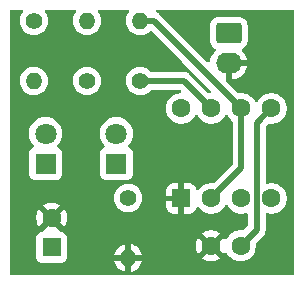
<source format=gbr>
%TF.GenerationSoftware,KiCad,Pcbnew,9.0.0*%
%TF.CreationDate,2025-09-29T15:59:41+03:00*%
%TF.ProjectId,cakar,63616b61-722e-46b6-9963-61645f706362,rev?*%
%TF.SameCoordinates,Original*%
%TF.FileFunction,Copper,L1,Top*%
%TF.FilePolarity,Positive*%
%FSLAX46Y46*%
G04 Gerber Fmt 4.6, Leading zero omitted, Abs format (unit mm)*
G04 Created by KiCad (PCBNEW 9.0.0) date 2025-09-29 15:59:41*
%MOMM*%
%LPD*%
G01*
G04 APERTURE LIST*
G04 Aperture macros list*
%AMRoundRect*
0 Rectangle with rounded corners*
0 $1 Rounding radius*
0 $2 $3 $4 $5 $6 $7 $8 $9 X,Y pos of 4 corners*
0 Add a 4 corners polygon primitive as box body*
4,1,4,$2,$3,$4,$5,$6,$7,$8,$9,$2,$3,0*
0 Add four circle primitives for the rounded corners*
1,1,$1+$1,$2,$3*
1,1,$1+$1,$4,$5*
1,1,$1+$1,$6,$7*
1,1,$1+$1,$8,$9*
0 Add four rect primitives between the rounded corners*
20,1,$1+$1,$2,$3,$4,$5,0*
20,1,$1+$1,$4,$5,$6,$7,0*
20,1,$1+$1,$6,$7,$8,$9,0*
20,1,$1+$1,$8,$9,$2,$3,0*%
G04 Aperture macros list end*
%TA.AperFunction,ComponentPad*%
%ADD10R,1.600000X1.600000*%
%TD*%
%TA.AperFunction,ComponentPad*%
%ADD11C,1.600000*%
%TD*%
%TA.AperFunction,ComponentPad*%
%ADD12R,1.800000X1.800000*%
%TD*%
%TA.AperFunction,ComponentPad*%
%ADD13C,1.800000*%
%TD*%
%TA.AperFunction,ComponentPad*%
%ADD14C,1.400000*%
%TD*%
%TA.AperFunction,ComponentPad*%
%ADD15O,1.400000X1.400000*%
%TD*%
%TA.AperFunction,ComponentPad*%
%ADD16RoundRect,0.250000X0.550000X-0.550000X0.550000X0.550000X-0.550000X0.550000X-0.550000X-0.550000X0*%
%TD*%
%TA.AperFunction,ComponentPad*%
%ADD17RoundRect,0.250000X-0.845000X0.620000X-0.845000X-0.620000X0.845000X-0.620000X0.845000X0.620000X0*%
%TD*%
%TA.AperFunction,ComponentPad*%
%ADD18O,2.190000X1.740000*%
%TD*%
%TA.AperFunction,Conductor*%
%ADD19C,0.500000*%
%TD*%
G04 APERTURE END LIST*
D10*
%TO.P,C1,1*%
%TO.N,Net-(U1-THR)*%
X131000000Y-107642380D03*
D11*
%TO.P,C1,2*%
%TO.N,GND*%
X131000000Y-105142380D03*
%TD*%
D12*
%TO.P,D2,1,K*%
%TO.N,Net-(D2-K)*%
X136500000Y-100540000D03*
D13*
%TO.P,D2,2,A*%
%TO.N,Net-(D1-K)*%
X136500000Y-98000000D03*
%TD*%
D14*
%TO.P,R2,1*%
%TO.N,Net-(D2-K)*%
X137500000Y-103460000D03*
D15*
%TO.P,R2,2*%
%TO.N,GND*%
X137500000Y-108540000D03*
%TD*%
D14*
%TO.P,R1,1*%
%TO.N,+5V*%
X129500000Y-88460000D03*
D15*
%TO.P,R1,2*%
%TO.N,Net-(D1-A)*%
X129500000Y-93540000D03*
%TD*%
D16*
%TO.P,U1,1,GND*%
%TO.N,GND*%
X142000000Y-103500000D03*
D11*
%TO.P,U1,2,TR*%
%TO.N,Net-(U1-THR)*%
X144540000Y-103500000D03*
%TO.P,U1,3,Q*%
%TO.N,Net-(D1-K)*%
X147080000Y-103500000D03*
%TO.P,U1,4,R*%
%TO.N,+5V*%
X149620000Y-103500000D03*
%TO.P,U1,5,CV*%
%TO.N,Net-(U1-CV)*%
X149620000Y-95880000D03*
%TO.P,U1,6,THR*%
%TO.N,Net-(U1-THR)*%
X147080000Y-95880000D03*
%TO.P,U1,7,DIS*%
%TO.N,Net-(U1-DIS)*%
X144540000Y-95880000D03*
%TO.P,U1,8,VCC*%
%TO.N,+5V*%
X142000000Y-95880000D03*
%TD*%
%TO.P,C2,1*%
%TO.N,Net-(U1-CV)*%
X147000000Y-107500000D03*
%TO.P,C2,2*%
%TO.N,GND*%
X144500000Y-107500000D03*
%TD*%
D12*
%TO.P,D1,1,K*%
%TO.N,Net-(D1-K)*%
X130500000Y-100540000D03*
D13*
%TO.P,D1,2,A*%
%TO.N,Net-(D1-A)*%
X130500000Y-98000000D03*
%TD*%
D14*
%TO.P,R3,1*%
%TO.N,+5V*%
X134000000Y-93540000D03*
D15*
%TO.P,R3,2*%
%TO.N,Net-(U1-DIS)*%
X134000000Y-88460000D03*
%TD*%
D17*
%TO.P,J1,1,Pin_1*%
%TO.N,+5V*%
X146000000Y-89500000D03*
D18*
%TO.P,J1,2,Pin_2*%
%TO.N,GND*%
X146000000Y-92040000D03*
%TD*%
D14*
%TO.P,R4,1*%
%TO.N,Net-(U1-DIS)*%
X138500000Y-93540000D03*
D15*
%TO.P,R4,2*%
%TO.N,Net-(U1-THR)*%
X138500000Y-88460000D03*
%TD*%
D19*
%TO.N,Net-(U1-THR)*%
X147080000Y-95880000D02*
X147080000Y-100960000D01*
X147080000Y-100960000D02*
X144540000Y-103500000D01*
X138500000Y-88460000D02*
X139660000Y-88460000D01*
X139660000Y-88460000D02*
X147080000Y-95880000D01*
%TO.N,Net-(U1-CV)*%
X148369000Y-97131000D02*
X148369000Y-106131000D01*
X149620000Y-95880000D02*
X148369000Y-97131000D01*
X148369000Y-106131000D02*
X147000000Y-107500000D01*
%TO.N,Net-(U1-DIS)*%
X138500000Y-93540000D02*
X142200000Y-93540000D01*
X142200000Y-93540000D02*
X144540000Y-95880000D01*
%TD*%
%TA.AperFunction,Conductor*%
%TO.N,GND*%
G36*
X128536894Y-87520185D02*
G01*
X128582649Y-87572989D01*
X128592593Y-87642147D01*
X128570174Y-87697383D01*
X128517644Y-87769684D01*
X128473240Y-87830800D01*
X128387454Y-87999163D01*
X128329059Y-88178881D01*
X128299500Y-88365513D01*
X128299500Y-88554486D01*
X128329059Y-88741118D01*
X128387454Y-88920836D01*
X128473240Y-89089199D01*
X128584310Y-89242073D01*
X128717927Y-89375690D01*
X128870801Y-89486760D01*
X128950347Y-89527290D01*
X129039163Y-89572545D01*
X129039165Y-89572545D01*
X129039168Y-89572547D01*
X129135497Y-89603846D01*
X129218881Y-89630940D01*
X129405514Y-89660500D01*
X129405519Y-89660500D01*
X129594486Y-89660500D01*
X129781118Y-89630940D01*
X129960832Y-89572547D01*
X130129199Y-89486760D01*
X130282073Y-89375690D01*
X130415690Y-89242073D01*
X130526760Y-89089199D01*
X130612547Y-88920832D01*
X130670940Y-88741118D01*
X130673144Y-88727200D01*
X130700500Y-88554486D01*
X130700500Y-88365513D01*
X130670940Y-88178881D01*
X130612545Y-87999163D01*
X130526759Y-87830800D01*
X130524588Y-87827812D01*
X130429826Y-87697383D01*
X130406347Y-87631580D01*
X130422172Y-87563526D01*
X130472278Y-87514831D01*
X130530145Y-87500500D01*
X132969855Y-87500500D01*
X133036894Y-87520185D01*
X133082649Y-87572989D01*
X133092593Y-87642147D01*
X133070174Y-87697383D01*
X133017644Y-87769684D01*
X132973240Y-87830800D01*
X132887454Y-87999163D01*
X132829059Y-88178881D01*
X132799500Y-88365513D01*
X132799500Y-88554486D01*
X132829059Y-88741118D01*
X132887454Y-88920836D01*
X132973240Y-89089199D01*
X133084310Y-89242073D01*
X133217927Y-89375690D01*
X133370801Y-89486760D01*
X133450347Y-89527290D01*
X133539163Y-89572545D01*
X133539165Y-89572545D01*
X133539168Y-89572547D01*
X133635497Y-89603846D01*
X133718881Y-89630940D01*
X133905514Y-89660500D01*
X133905519Y-89660500D01*
X134094486Y-89660500D01*
X134281118Y-89630940D01*
X134460832Y-89572547D01*
X134629199Y-89486760D01*
X134782073Y-89375690D01*
X134915690Y-89242073D01*
X135026760Y-89089199D01*
X135112547Y-88920832D01*
X135170940Y-88741118D01*
X135173144Y-88727200D01*
X135200500Y-88554486D01*
X135200500Y-88365513D01*
X135170940Y-88178881D01*
X135112545Y-87999163D01*
X135026759Y-87830800D01*
X135024588Y-87827812D01*
X134929826Y-87697383D01*
X134906347Y-87631580D01*
X134922172Y-87563526D01*
X134972278Y-87514831D01*
X135030145Y-87500500D01*
X137469855Y-87500500D01*
X137536894Y-87520185D01*
X137582649Y-87572989D01*
X137592593Y-87642147D01*
X137570174Y-87697383D01*
X137517644Y-87769684D01*
X137473240Y-87830800D01*
X137387454Y-87999163D01*
X137329059Y-88178881D01*
X137299500Y-88365513D01*
X137299500Y-88554486D01*
X137329059Y-88741118D01*
X137387454Y-88920836D01*
X137473240Y-89089199D01*
X137584310Y-89242073D01*
X137717927Y-89375690D01*
X137870801Y-89486760D01*
X137950347Y-89527290D01*
X138039163Y-89572545D01*
X138039165Y-89572545D01*
X138039168Y-89572547D01*
X138135497Y-89603846D01*
X138218881Y-89630940D01*
X138405514Y-89660500D01*
X138405519Y-89660500D01*
X138594486Y-89660500D01*
X138781118Y-89630940D01*
X138960832Y-89572547D01*
X139129199Y-89486760D01*
X139282073Y-89375690D01*
X139310514Y-89347248D01*
X139371835Y-89313762D01*
X139441527Y-89318744D01*
X139485878Y-89347246D01*
X142052632Y-91914000D01*
X144507699Y-94369066D01*
X144513732Y-94380115D01*
X144523366Y-94388225D01*
X144530161Y-94410202D01*
X144541184Y-94430389D01*
X144540285Y-94442948D01*
X144544005Y-94454977D01*
X144537840Y-94477135D01*
X144536200Y-94500081D01*
X144528654Y-94510160D01*
X144525280Y-94522290D01*
X144508112Y-94537599D01*
X144494328Y-94556014D01*
X144481284Y-94561526D01*
X144473135Y-94568794D01*
X144439416Y-94579220D01*
X144381973Y-94588318D01*
X144312679Y-94579363D01*
X144274894Y-94553526D01*
X142678421Y-92957052D01*
X142678414Y-92957046D01*
X142604729Y-92907812D01*
X142604729Y-92907813D01*
X142555491Y-92874913D01*
X142418917Y-92818343D01*
X142418907Y-92818340D01*
X142273920Y-92789500D01*
X142273918Y-92789500D01*
X139498625Y-92789500D01*
X139431586Y-92769815D01*
X139410944Y-92753181D01*
X139282075Y-92624312D01*
X139282073Y-92624310D01*
X139129199Y-92513240D01*
X138960836Y-92427454D01*
X138781118Y-92369059D01*
X138594486Y-92339500D01*
X138594481Y-92339500D01*
X138405519Y-92339500D01*
X138405514Y-92339500D01*
X138218881Y-92369059D01*
X138039163Y-92427454D01*
X137870800Y-92513240D01*
X137798320Y-92565901D01*
X137717927Y-92624310D01*
X137717925Y-92624312D01*
X137717924Y-92624312D01*
X137584312Y-92757924D01*
X137584312Y-92757925D01*
X137584310Y-92757927D01*
X137584231Y-92758036D01*
X137473240Y-92910800D01*
X137387454Y-93079163D01*
X137329059Y-93258881D01*
X137299500Y-93445513D01*
X137299500Y-93634486D01*
X137329059Y-93821118D01*
X137387454Y-94000836D01*
X137473240Y-94169199D01*
X137584310Y-94322073D01*
X137717927Y-94455690D01*
X137870801Y-94566760D01*
X137923794Y-94593761D01*
X138039163Y-94652545D01*
X138039165Y-94652545D01*
X138039168Y-94652547D01*
X138107594Y-94674780D01*
X138218881Y-94710940D01*
X138405514Y-94740500D01*
X138405519Y-94740500D01*
X138594486Y-94740500D01*
X138781118Y-94710940D01*
X138960832Y-94652547D01*
X139129199Y-94566760D01*
X139282073Y-94455690D01*
X139410944Y-94326819D01*
X139472267Y-94293334D01*
X139498625Y-94290500D01*
X141837770Y-94290500D01*
X141867210Y-94299144D01*
X141897197Y-94305668D01*
X141902212Y-94309422D01*
X141904809Y-94310185D01*
X141925451Y-94326819D01*
X141967698Y-94369066D01*
X142001183Y-94430389D01*
X141996199Y-94500081D01*
X141954327Y-94556014D01*
X141899415Y-94579220D01*
X141695465Y-94611522D01*
X141500776Y-94674781D01*
X141318386Y-94767715D01*
X141152786Y-94888028D01*
X141008028Y-95032786D01*
X140887715Y-95198386D01*
X140794781Y-95380776D01*
X140731522Y-95575465D01*
X140699500Y-95777648D01*
X140699500Y-95982351D01*
X140731522Y-96184534D01*
X140794781Y-96379223D01*
X140887715Y-96561613D01*
X141008028Y-96727213D01*
X141152786Y-96871971D01*
X141274535Y-96960425D01*
X141318390Y-96992287D01*
X141434607Y-97051503D01*
X141500776Y-97085218D01*
X141500778Y-97085218D01*
X141500781Y-97085220D01*
X141605137Y-97119127D01*
X141695465Y-97148477D01*
X141779564Y-97161797D01*
X141897648Y-97180500D01*
X141897649Y-97180500D01*
X142102351Y-97180500D01*
X142102352Y-97180500D01*
X142304534Y-97148477D01*
X142499219Y-97085220D01*
X142681610Y-96992287D01*
X142801619Y-96905096D01*
X142847213Y-96871971D01*
X142847215Y-96871968D01*
X142847219Y-96871966D01*
X142991966Y-96727219D01*
X142991968Y-96727215D01*
X142991971Y-96727213D01*
X143112284Y-96561614D01*
X143112285Y-96561613D01*
X143112287Y-96561610D01*
X143159516Y-96468917D01*
X143207489Y-96418123D01*
X143275310Y-96401328D01*
X143341445Y-96423865D01*
X143380485Y-96468919D01*
X143427715Y-96561614D01*
X143548028Y-96727213D01*
X143692786Y-96871971D01*
X143814535Y-96960425D01*
X143858390Y-96992287D01*
X143974607Y-97051503D01*
X144040776Y-97085218D01*
X144040778Y-97085218D01*
X144040781Y-97085220D01*
X144145137Y-97119127D01*
X144235465Y-97148477D01*
X144319564Y-97161797D01*
X144437648Y-97180500D01*
X144437649Y-97180500D01*
X144642351Y-97180500D01*
X144642352Y-97180500D01*
X144844534Y-97148477D01*
X145039219Y-97085220D01*
X145221610Y-96992287D01*
X145341619Y-96905096D01*
X145387213Y-96871971D01*
X145387215Y-96871968D01*
X145387219Y-96871966D01*
X145531966Y-96727219D01*
X145531968Y-96727215D01*
X145531971Y-96727213D01*
X145652284Y-96561614D01*
X145652285Y-96561613D01*
X145652287Y-96561610D01*
X145699516Y-96468917D01*
X145747489Y-96418123D01*
X145815310Y-96401328D01*
X145881445Y-96423865D01*
X145920485Y-96468919D01*
X145967715Y-96561614D01*
X146088028Y-96727213D01*
X146088034Y-96727219D01*
X146232781Y-96871966D01*
X146278384Y-96905098D01*
X146321050Y-96960425D01*
X146329500Y-97005416D01*
X146329500Y-100597770D01*
X146309815Y-100664809D01*
X146293181Y-100685451D01*
X144805105Y-102173526D01*
X144743782Y-102207011D01*
X144698026Y-102208318D01*
X144642352Y-102199500D01*
X144437648Y-102199500D01*
X144413329Y-102203351D01*
X144235465Y-102231522D01*
X144040776Y-102294781D01*
X143858386Y-102387715D01*
X143692786Y-102508028D01*
X143548032Y-102652782D01*
X143479616Y-102746949D01*
X143424286Y-102789614D01*
X143354672Y-102795593D01*
X143292877Y-102762987D01*
X143261592Y-102713067D01*
X143234358Y-102630880D01*
X143234356Y-102630875D01*
X143142315Y-102481654D01*
X143018345Y-102357684D01*
X142869124Y-102265643D01*
X142869119Y-102265641D01*
X142702697Y-102210494D01*
X142702690Y-102210493D01*
X142599986Y-102200000D01*
X142250000Y-102200000D01*
X142250000Y-103184314D01*
X142245606Y-103179920D01*
X142154394Y-103127259D01*
X142052661Y-103100000D01*
X141947339Y-103100000D01*
X141845606Y-103127259D01*
X141754394Y-103179920D01*
X141750000Y-103184314D01*
X141750000Y-102200000D01*
X141400028Y-102200000D01*
X141400012Y-102200001D01*
X141297302Y-102210494D01*
X141130880Y-102265641D01*
X141130875Y-102265643D01*
X140981654Y-102357684D01*
X140857684Y-102481654D01*
X140765643Y-102630875D01*
X140765641Y-102630880D01*
X140710494Y-102797302D01*
X140710493Y-102797309D01*
X140700000Y-102900013D01*
X140700000Y-103250000D01*
X141684314Y-103250000D01*
X141679920Y-103254394D01*
X141627259Y-103345606D01*
X141600000Y-103447339D01*
X141600000Y-103552661D01*
X141627259Y-103654394D01*
X141679920Y-103745606D01*
X141684314Y-103750000D01*
X140700001Y-103750000D01*
X140700001Y-104099986D01*
X140710494Y-104202697D01*
X140765641Y-104369119D01*
X140765643Y-104369124D01*
X140857684Y-104518345D01*
X140981654Y-104642315D01*
X141130875Y-104734356D01*
X141130880Y-104734358D01*
X141297302Y-104789505D01*
X141297309Y-104789506D01*
X141400019Y-104799999D01*
X141749999Y-104799999D01*
X141750000Y-104799998D01*
X141750000Y-103815686D01*
X141754394Y-103820080D01*
X141845606Y-103872741D01*
X141947339Y-103900000D01*
X142052661Y-103900000D01*
X142154394Y-103872741D01*
X142245606Y-103820080D01*
X142250000Y-103815686D01*
X142250000Y-104799999D01*
X142599972Y-104799999D01*
X142599986Y-104799998D01*
X142702697Y-104789505D01*
X142869119Y-104734358D01*
X142869124Y-104734356D01*
X143018345Y-104642315D01*
X143142315Y-104518345D01*
X143234356Y-104369124D01*
X143234359Y-104369117D01*
X143261592Y-104286932D01*
X143301364Y-104229487D01*
X143365879Y-104202663D01*
X143434655Y-104214977D01*
X143479617Y-104253050D01*
X143548034Y-104347219D01*
X143692786Y-104491971D01*
X143803689Y-104572545D01*
X143858390Y-104612287D01*
X143974607Y-104671503D01*
X144040776Y-104705218D01*
X144040778Y-104705218D01*
X144040781Y-104705220D01*
X144130459Y-104734358D01*
X144235465Y-104768477D01*
X144336557Y-104784488D01*
X144437648Y-104800500D01*
X144437649Y-104800500D01*
X144642351Y-104800500D01*
X144642352Y-104800500D01*
X144844534Y-104768477D01*
X145039219Y-104705220D01*
X145221610Y-104612287D01*
X145314590Y-104544732D01*
X145387213Y-104491971D01*
X145387215Y-104491968D01*
X145387219Y-104491966D01*
X145531966Y-104347219D01*
X145531968Y-104347215D01*
X145531971Y-104347213D01*
X145652284Y-104181614D01*
X145652285Y-104181613D01*
X145652287Y-104181610D01*
X145699516Y-104088917D01*
X145747489Y-104038123D01*
X145815310Y-104021328D01*
X145881445Y-104043865D01*
X145920483Y-104088917D01*
X145964348Y-104175006D01*
X145967715Y-104181614D01*
X146088028Y-104347213D01*
X146232786Y-104491971D01*
X146343689Y-104572545D01*
X146398390Y-104612287D01*
X146514607Y-104671503D01*
X146580776Y-104705218D01*
X146580778Y-104705218D01*
X146580781Y-104705220D01*
X146670459Y-104734358D01*
X146775465Y-104768477D01*
X146876557Y-104784488D01*
X146977648Y-104800500D01*
X146977649Y-104800500D01*
X147182351Y-104800500D01*
X147182352Y-104800500D01*
X147384534Y-104768477D01*
X147456182Y-104745196D01*
X147526022Y-104743201D01*
X147585855Y-104779281D01*
X147616684Y-104841982D01*
X147618500Y-104863128D01*
X147618500Y-105768770D01*
X147598815Y-105835809D01*
X147582181Y-105856451D01*
X147265105Y-106173526D01*
X147203782Y-106207011D01*
X147158026Y-106208318D01*
X147102352Y-106199500D01*
X146897648Y-106199500D01*
X146873329Y-106203351D01*
X146695465Y-106231522D01*
X146500776Y-106294781D01*
X146318386Y-106387715D01*
X146152786Y-106508028D01*
X146008028Y-106652786D01*
X145887714Y-106818386D01*
X145860203Y-106872379D01*
X145812227Y-106923174D01*
X145744406Y-106939968D01*
X145678272Y-106917429D01*
X145639234Y-106872376D01*
X145611861Y-106818652D01*
X145579474Y-106774077D01*
X145579474Y-106774076D01*
X144900000Y-107453551D01*
X144900000Y-107447339D01*
X144872741Y-107345606D01*
X144820080Y-107254394D01*
X144745606Y-107179920D01*
X144654394Y-107127259D01*
X144552661Y-107100000D01*
X144546446Y-107100000D01*
X145225922Y-106420524D01*
X145225921Y-106420523D01*
X145181359Y-106388147D01*
X145181350Y-106388141D01*
X144999031Y-106295244D01*
X144804417Y-106232009D01*
X144602317Y-106200000D01*
X144397683Y-106200000D01*
X144195582Y-106232009D01*
X144000968Y-106295244D01*
X143818644Y-106388143D01*
X143774077Y-106420523D01*
X143774077Y-106420524D01*
X144453554Y-107100000D01*
X144447339Y-107100000D01*
X144345606Y-107127259D01*
X144254394Y-107179920D01*
X144179920Y-107254394D01*
X144127259Y-107345606D01*
X144100000Y-107447339D01*
X144100000Y-107453553D01*
X143420524Y-106774077D01*
X143420523Y-106774077D01*
X143388143Y-106818644D01*
X143295244Y-107000968D01*
X143232009Y-107195582D01*
X143200000Y-107397682D01*
X143200000Y-107602317D01*
X143232009Y-107804417D01*
X143295244Y-107999031D01*
X143388141Y-108181350D01*
X143388147Y-108181359D01*
X143420523Y-108225921D01*
X143420524Y-108225922D01*
X144100000Y-107546446D01*
X144100000Y-107552661D01*
X144127259Y-107654394D01*
X144179920Y-107745606D01*
X144254394Y-107820080D01*
X144345606Y-107872741D01*
X144447339Y-107900000D01*
X144453553Y-107900000D01*
X143774076Y-108579474D01*
X143818650Y-108611859D01*
X144000968Y-108704755D01*
X144195582Y-108767990D01*
X144397683Y-108800000D01*
X144602317Y-108800000D01*
X144804417Y-108767990D01*
X144999031Y-108704755D01*
X145181349Y-108611859D01*
X145225921Y-108579474D01*
X144546447Y-107900000D01*
X144552661Y-107900000D01*
X144654394Y-107872741D01*
X144745606Y-107820080D01*
X144820080Y-107745606D01*
X144872741Y-107654394D01*
X144900000Y-107552661D01*
X144900000Y-107546447D01*
X145579474Y-108225921D01*
X145611859Y-108181349D01*
X145639233Y-108127624D01*
X145687207Y-108076827D01*
X145755028Y-108060031D01*
X145821163Y-108082567D01*
X145860203Y-108127621D01*
X145887713Y-108181611D01*
X146008028Y-108347213D01*
X146152786Y-108491971D01*
X146273226Y-108579474D01*
X146318390Y-108612287D01*
X146434607Y-108671503D01*
X146500776Y-108705218D01*
X146500778Y-108705218D01*
X146500781Y-108705220D01*
X146605137Y-108739127D01*
X146695465Y-108768477D01*
X146796557Y-108784488D01*
X146897648Y-108800500D01*
X146897649Y-108800500D01*
X147102351Y-108800500D01*
X147102352Y-108800500D01*
X147304534Y-108768477D01*
X147499219Y-108705220D01*
X147681610Y-108612287D01*
X147774590Y-108544732D01*
X147847213Y-108491971D01*
X147847215Y-108491968D01*
X147847219Y-108491966D01*
X147991966Y-108347219D01*
X147991968Y-108347215D01*
X147991971Y-108347213D01*
X148055385Y-108259930D01*
X148112287Y-108181610D01*
X148205220Y-107999219D01*
X148268477Y-107804534D01*
X148300500Y-107602352D01*
X148300500Y-107397648D01*
X148291681Y-107341971D01*
X148300635Y-107272679D01*
X148326470Y-107234895D01*
X148951951Y-106609416D01*
X149034084Y-106486495D01*
X149090658Y-106349913D01*
X149119500Y-106204918D01*
X149119500Y-106057083D01*
X149119500Y-104875475D01*
X149139185Y-104808436D01*
X149191989Y-104762681D01*
X149261147Y-104752737D01*
X149281820Y-104757545D01*
X149315458Y-104768475D01*
X149315461Y-104768475D01*
X149315466Y-104768477D01*
X149517648Y-104800500D01*
X149517649Y-104800500D01*
X149722351Y-104800500D01*
X149722352Y-104800500D01*
X149924534Y-104768477D01*
X150119219Y-104705220D01*
X150301610Y-104612287D01*
X150394590Y-104544732D01*
X150467213Y-104491971D01*
X150467215Y-104491968D01*
X150467219Y-104491966D01*
X150611966Y-104347219D01*
X150611968Y-104347215D01*
X150611971Y-104347213D01*
X150688357Y-104242075D01*
X150732287Y-104181610D01*
X150825220Y-103999219D01*
X150888477Y-103804534D01*
X150920500Y-103602352D01*
X150920500Y-103397648D01*
X150912257Y-103345606D01*
X150888477Y-103195465D01*
X150825218Y-103000776D01*
X150773876Y-102900013D01*
X150732287Y-102818390D01*
X150692035Y-102762987D01*
X150611971Y-102652786D01*
X150467213Y-102508028D01*
X150301613Y-102387715D01*
X150301612Y-102387714D01*
X150301610Y-102387713D01*
X150242675Y-102357684D01*
X150119223Y-102294781D01*
X149924534Y-102231522D01*
X149749995Y-102203878D01*
X149722352Y-102199500D01*
X149517648Y-102199500D01*
X149489805Y-102203910D01*
X149315464Y-102231523D01*
X149315457Y-102231524D01*
X149281817Y-102242455D01*
X149211976Y-102244450D01*
X149152144Y-102208369D01*
X149121316Y-102145668D01*
X149119500Y-102124524D01*
X149119500Y-97493228D01*
X149139185Y-97426189D01*
X149155815Y-97405551D01*
X149354894Y-97206471D01*
X149416215Y-97172988D01*
X149461970Y-97171681D01*
X149517648Y-97180500D01*
X149517649Y-97180500D01*
X149722351Y-97180500D01*
X149722352Y-97180500D01*
X149924534Y-97148477D01*
X150119219Y-97085220D01*
X150301610Y-96992287D01*
X150421619Y-96905096D01*
X150467213Y-96871971D01*
X150467215Y-96871968D01*
X150467219Y-96871966D01*
X150611966Y-96727219D01*
X150611968Y-96727215D01*
X150611971Y-96727213D01*
X150679704Y-96633985D01*
X150732287Y-96561610D01*
X150825220Y-96379219D01*
X150888477Y-96184534D01*
X150920500Y-95982352D01*
X150920500Y-95777648D01*
X150888477Y-95575466D01*
X150825220Y-95380781D01*
X150825218Y-95380778D01*
X150825218Y-95380776D01*
X150779515Y-95291080D01*
X150732287Y-95198390D01*
X150724556Y-95187749D01*
X150611971Y-95032786D01*
X150467213Y-94888028D01*
X150301613Y-94767715D01*
X150301612Y-94767714D01*
X150301610Y-94767713D01*
X150244653Y-94738691D01*
X150119223Y-94674781D01*
X149924534Y-94611522D01*
X149749995Y-94583878D01*
X149722352Y-94579500D01*
X149517648Y-94579500D01*
X149493329Y-94583351D01*
X149315465Y-94611522D01*
X149120776Y-94674781D01*
X148938386Y-94767715D01*
X148772786Y-94888028D01*
X148628028Y-95032786D01*
X148507715Y-95198386D01*
X148460485Y-95291080D01*
X148412510Y-95341876D01*
X148344689Y-95358671D01*
X148278554Y-95336134D01*
X148239515Y-95291080D01*
X148238883Y-95289840D01*
X148192287Y-95198390D01*
X148184556Y-95187749D01*
X148071971Y-95032786D01*
X147927213Y-94888028D01*
X147761613Y-94767715D01*
X147761612Y-94767714D01*
X147761610Y-94767713D01*
X147704653Y-94738691D01*
X147579223Y-94674781D01*
X147384534Y-94611522D01*
X147209995Y-94583878D01*
X147182352Y-94579500D01*
X146977648Y-94579500D01*
X146921971Y-94588318D01*
X146852678Y-94579363D01*
X146814893Y-94553526D01*
X145786319Y-93524952D01*
X145752834Y-93463629D01*
X145750000Y-93437271D01*
X145750000Y-92582709D01*
X145770339Y-92594452D01*
X145921667Y-92635000D01*
X146078333Y-92635000D01*
X146229661Y-92594452D01*
X146250000Y-92582709D01*
X146250000Y-93410000D01*
X146332820Y-93410000D01*
X146545809Y-93376265D01*
X146750901Y-93309627D01*
X146943036Y-93211728D01*
X147117496Y-93084974D01*
X147117497Y-93084974D01*
X147269974Y-92932497D01*
X147269974Y-92932496D01*
X147396728Y-92758036D01*
X147494627Y-92565901D01*
X147561266Y-92360809D01*
X147572481Y-92290000D01*
X146542709Y-92290000D01*
X146554452Y-92269661D01*
X146595000Y-92118333D01*
X146595000Y-91961667D01*
X146554452Y-91810339D01*
X146542709Y-91790000D01*
X147572481Y-91790000D01*
X147561266Y-91719190D01*
X147494627Y-91514098D01*
X147396728Y-91321963D01*
X147269974Y-91147503D01*
X147269974Y-91147502D01*
X147127892Y-91005420D01*
X147094407Y-90944097D01*
X147099391Y-90874405D01*
X147141263Y-90818472D01*
X147163177Y-90805353D01*
X147164323Y-90804817D01*
X147164334Y-90804814D01*
X147313656Y-90712712D01*
X147437712Y-90588656D01*
X147529814Y-90439334D01*
X147584999Y-90272797D01*
X147595500Y-90170009D01*
X147595499Y-88829992D01*
X147584999Y-88727203D01*
X147529814Y-88560666D01*
X147437712Y-88411344D01*
X147313656Y-88287288D01*
X147164334Y-88195186D01*
X146997797Y-88140001D01*
X146997795Y-88140000D01*
X146895010Y-88129500D01*
X145104998Y-88129500D01*
X145104981Y-88129501D01*
X145002203Y-88140000D01*
X145002200Y-88140001D01*
X144835668Y-88195185D01*
X144835663Y-88195187D01*
X144686342Y-88287289D01*
X144562289Y-88411342D01*
X144470187Y-88560663D01*
X144470186Y-88560666D01*
X144415001Y-88727203D01*
X144415001Y-88727204D01*
X144415000Y-88727204D01*
X144404500Y-88829983D01*
X144404500Y-90170001D01*
X144404501Y-90170018D01*
X144415000Y-90272796D01*
X144415001Y-90272799D01*
X144470185Y-90439331D01*
X144470186Y-90439334D01*
X144562288Y-90588656D01*
X144686344Y-90712712D01*
X144835666Y-90804814D01*
X144835667Y-90804814D01*
X144835670Y-90804816D01*
X144836828Y-90805356D01*
X144837488Y-90805937D01*
X144841813Y-90808605D01*
X144841357Y-90809343D01*
X144889268Y-90851527D01*
X144908422Y-90918720D01*
X144888208Y-90985601D01*
X144872108Y-91005420D01*
X144730022Y-91147506D01*
X144603271Y-91321963D01*
X144505372Y-91514098D01*
X144438733Y-91719190D01*
X144414158Y-91874353D01*
X144384229Y-91937488D01*
X144324917Y-91974419D01*
X144255054Y-91973421D01*
X144204004Y-91942636D01*
X140138421Y-87877052D01*
X140138414Y-87877046D01*
X140064729Y-87827812D01*
X140064729Y-87827813D01*
X140015495Y-87794916D01*
X140015492Y-87794914D01*
X140015491Y-87794914D01*
X139880649Y-87739061D01*
X139826245Y-87695220D01*
X139804180Y-87628926D01*
X139821459Y-87561227D01*
X139872596Y-87513616D01*
X139928101Y-87500500D01*
X151375500Y-87500500D01*
X151442539Y-87520185D01*
X151488294Y-87572989D01*
X151499500Y-87624500D01*
X151499500Y-109875500D01*
X151479815Y-109942539D01*
X151427011Y-109988294D01*
X151375500Y-109999500D01*
X127624500Y-109999500D01*
X127557461Y-109979815D01*
X127511706Y-109927011D01*
X127500500Y-109875500D01*
X127500500Y-106794515D01*
X129699500Y-106794515D01*
X129699500Y-108490250D01*
X129699501Y-108490256D01*
X129705908Y-108549863D01*
X129756202Y-108684708D01*
X129756206Y-108684715D01*
X129842452Y-108799924D01*
X129842455Y-108799927D01*
X129957664Y-108886173D01*
X129957671Y-108886177D01*
X130092517Y-108936471D01*
X130092516Y-108936471D01*
X130099444Y-108937215D01*
X130152127Y-108942880D01*
X131847872Y-108942879D01*
X131907483Y-108936471D01*
X132042331Y-108886176D01*
X132157546Y-108799926D01*
X132164977Y-108790000D01*
X136324638Y-108790000D01*
X136329548Y-108821002D01*
X136387914Y-109000637D01*
X136473670Y-109168940D01*
X136584685Y-109321741D01*
X136584689Y-109321746D01*
X136718253Y-109455310D01*
X136718258Y-109455314D01*
X136871059Y-109566329D01*
X137039362Y-109652085D01*
X137218997Y-109710451D01*
X137250000Y-109715362D01*
X137250000Y-109715361D01*
X137750000Y-109715361D01*
X137781002Y-109710451D01*
X137960637Y-109652085D01*
X138128940Y-109566329D01*
X138281741Y-109455314D01*
X138281746Y-109455310D01*
X138415310Y-109321746D01*
X138415314Y-109321741D01*
X138526329Y-109168940D01*
X138612085Y-109000637D01*
X138670451Y-108821002D01*
X138675362Y-108790000D01*
X137750000Y-108790000D01*
X137750000Y-109715361D01*
X137250000Y-109715361D01*
X137250000Y-108790000D01*
X136324638Y-108790000D01*
X132164977Y-108790000D01*
X132243796Y-108684711D01*
X132294091Y-108549863D01*
X132300106Y-108493922D01*
X137150000Y-108493922D01*
X137150000Y-108586078D01*
X137173852Y-108675095D01*
X137219930Y-108754905D01*
X137285095Y-108820070D01*
X137364905Y-108866148D01*
X137453922Y-108890000D01*
X137546078Y-108890000D01*
X137635095Y-108866148D01*
X137714905Y-108820070D01*
X137780070Y-108754905D01*
X137826148Y-108675095D01*
X137850000Y-108586078D01*
X137850000Y-108493922D01*
X137826148Y-108404905D01*
X137780070Y-108325095D01*
X137744975Y-108290000D01*
X137750000Y-108290000D01*
X138675362Y-108290000D01*
X138670451Y-108258997D01*
X138612085Y-108079362D01*
X138526329Y-107911059D01*
X138415314Y-107758258D01*
X138415310Y-107758253D01*
X138281746Y-107624689D01*
X138281741Y-107624685D01*
X138128938Y-107513668D01*
X138108592Y-107503301D01*
X138108591Y-107503301D01*
X137960634Y-107427913D01*
X137960636Y-107427913D01*
X137781004Y-107369549D01*
X137780995Y-107369547D01*
X137750000Y-107364637D01*
X137750000Y-108290000D01*
X137744975Y-108290000D01*
X137714905Y-108259930D01*
X137635095Y-108213852D01*
X137546078Y-108190000D01*
X137453922Y-108190000D01*
X137364905Y-108213852D01*
X137285095Y-108259930D01*
X137219930Y-108325095D01*
X137173852Y-108404905D01*
X137150000Y-108493922D01*
X132300106Y-108493922D01*
X132300500Y-108490253D01*
X132300500Y-108290000D01*
X136324638Y-108290000D01*
X137250000Y-108290000D01*
X137250000Y-107364637D01*
X137249999Y-107364637D01*
X137219004Y-107369547D01*
X137218995Y-107369549D01*
X137039364Y-107427913D01*
X136871059Y-107513670D01*
X136718258Y-107624685D01*
X136718253Y-107624689D01*
X136584689Y-107758253D01*
X136584685Y-107758258D01*
X136473670Y-107911059D01*
X136387914Y-108079362D01*
X136329548Y-108258997D01*
X136324638Y-108290000D01*
X132300500Y-108290000D01*
X132300499Y-106794508D01*
X132294091Y-106734897D01*
X132247289Y-106609415D01*
X132243797Y-106600051D01*
X132243795Y-106600048D01*
X132243792Y-106600044D01*
X132157546Y-106484834D01*
X132134709Y-106467738D01*
X132042335Y-106398586D01*
X132042328Y-106398582D01*
X131907482Y-106348288D01*
X131907483Y-106348288D01*
X131847883Y-106341881D01*
X131847881Y-106341880D01*
X131847873Y-106341880D01*
X131847864Y-106341880D01*
X131844548Y-106341702D01*
X131844632Y-106340122D01*
X131783579Y-106322195D01*
X131737824Y-106269391D01*
X131730173Y-106226105D01*
X131046447Y-105542380D01*
X131052661Y-105542380D01*
X131154394Y-105515121D01*
X131245606Y-105462460D01*
X131320080Y-105387986D01*
X131372741Y-105296774D01*
X131400000Y-105195041D01*
X131400000Y-105188827D01*
X132079474Y-105868301D01*
X132111859Y-105823729D01*
X132204755Y-105641411D01*
X132267990Y-105446797D01*
X132300000Y-105244697D01*
X132300000Y-105040062D01*
X132267990Y-104837962D01*
X132204755Y-104643348D01*
X132111859Y-104461030D01*
X132079474Y-104416457D01*
X132079474Y-104416456D01*
X131400000Y-105095931D01*
X131400000Y-105089719D01*
X131372741Y-104987986D01*
X131320080Y-104896774D01*
X131245606Y-104822300D01*
X131154394Y-104769639D01*
X131052661Y-104742380D01*
X131046446Y-104742380D01*
X131725922Y-104062904D01*
X131725921Y-104062903D01*
X131681359Y-104030527D01*
X131681350Y-104030521D01*
X131499031Y-103937624D01*
X131304417Y-103874389D01*
X131102317Y-103842380D01*
X130897683Y-103842380D01*
X130695582Y-103874389D01*
X130500968Y-103937624D01*
X130318644Y-104030523D01*
X130274077Y-104062903D01*
X130274077Y-104062904D01*
X130953554Y-104742380D01*
X130947339Y-104742380D01*
X130845606Y-104769639D01*
X130754394Y-104822300D01*
X130679920Y-104896774D01*
X130627259Y-104987986D01*
X130600000Y-105089719D01*
X130600000Y-105095933D01*
X129920524Y-104416457D01*
X129920523Y-104416457D01*
X129888143Y-104461024D01*
X129795244Y-104643348D01*
X129732009Y-104837962D01*
X129700000Y-105040062D01*
X129700000Y-105244697D01*
X129732009Y-105446797D01*
X129795244Y-105641411D01*
X129888141Y-105823730D01*
X129888147Y-105823739D01*
X129920523Y-105868301D01*
X129920524Y-105868302D01*
X130600000Y-105188826D01*
X130600000Y-105195041D01*
X130627259Y-105296774D01*
X130679920Y-105387986D01*
X130754394Y-105462460D01*
X130845606Y-105515121D01*
X130947339Y-105542380D01*
X130953553Y-105542380D01*
X130269067Y-106226863D01*
X130258633Y-106276530D01*
X130209581Y-106326286D01*
X130155365Y-106340380D01*
X130155423Y-106341479D01*
X130155429Y-106341526D01*
X130155426Y-106341526D01*
X130155436Y-106341704D01*
X130152123Y-106341881D01*
X130092516Y-106348288D01*
X129957671Y-106398582D01*
X129957664Y-106398586D01*
X129842455Y-106484832D01*
X129842452Y-106484835D01*
X129756206Y-106600044D01*
X129756202Y-106600051D01*
X129705908Y-106734897D01*
X129699501Y-106794496D01*
X129699501Y-106794503D01*
X129699500Y-106794515D01*
X127500500Y-106794515D01*
X127500500Y-103365513D01*
X136299500Y-103365513D01*
X136299500Y-103554486D01*
X136329059Y-103741118D01*
X136387454Y-103920836D01*
X136459842Y-104062904D01*
X136473240Y-104089199D01*
X136584310Y-104242073D01*
X136717927Y-104375690D01*
X136870801Y-104486760D01*
X136932790Y-104518345D01*
X137039163Y-104572545D01*
X137039165Y-104572545D01*
X137039168Y-104572547D01*
X137135497Y-104603846D01*
X137218881Y-104630940D01*
X137405514Y-104660500D01*
X137405519Y-104660500D01*
X137594486Y-104660500D01*
X137781118Y-104630940D01*
X137960832Y-104572547D01*
X138129199Y-104486760D01*
X138282073Y-104375690D01*
X138415690Y-104242073D01*
X138526760Y-104089199D01*
X138612547Y-103920832D01*
X138670940Y-103741118D01*
X138680741Y-103679240D01*
X138700500Y-103554486D01*
X138700500Y-103365513D01*
X138670940Y-103178881D01*
X138652877Y-103123291D01*
X138612547Y-102999168D01*
X138612544Y-102999164D01*
X138612544Y-102999161D01*
X138589105Y-102953160D01*
X138589104Y-102953159D01*
X138526759Y-102830800D01*
X138415690Y-102677927D01*
X138282073Y-102544310D01*
X138129199Y-102433240D01*
X137960836Y-102347454D01*
X137781118Y-102289059D01*
X137594486Y-102259500D01*
X137594481Y-102259500D01*
X137405519Y-102259500D01*
X137405514Y-102259500D01*
X137218881Y-102289059D01*
X137039163Y-102347454D01*
X136870800Y-102433240D01*
X136804165Y-102481654D01*
X136717927Y-102544310D01*
X136717925Y-102544312D01*
X136717924Y-102544312D01*
X136584312Y-102677924D01*
X136584312Y-102677925D01*
X136584310Y-102677927D01*
X136558779Y-102713067D01*
X136473240Y-102830800D01*
X136387454Y-102999163D01*
X136329059Y-103178881D01*
X136299500Y-103365513D01*
X127500500Y-103365513D01*
X127500500Y-97889778D01*
X129099500Y-97889778D01*
X129099500Y-98110221D01*
X129133985Y-98327952D01*
X129202103Y-98537603D01*
X129202104Y-98537606D01*
X129302187Y-98734025D01*
X129431752Y-98912358D01*
X129431756Y-98912363D01*
X129481928Y-98962535D01*
X129515413Y-99023858D01*
X129510429Y-99093550D01*
X129468557Y-99149483D01*
X129437581Y-99166398D01*
X129357669Y-99196203D01*
X129357664Y-99196206D01*
X129242455Y-99282452D01*
X129242452Y-99282455D01*
X129156206Y-99397664D01*
X129156202Y-99397671D01*
X129105908Y-99532517D01*
X129099501Y-99592116D01*
X129099501Y-99592123D01*
X129099500Y-99592135D01*
X129099500Y-101487870D01*
X129099501Y-101487876D01*
X129105908Y-101547483D01*
X129156202Y-101682328D01*
X129156206Y-101682335D01*
X129242452Y-101797544D01*
X129242455Y-101797547D01*
X129357664Y-101883793D01*
X129357671Y-101883797D01*
X129492517Y-101934091D01*
X129492516Y-101934091D01*
X129499444Y-101934835D01*
X129552127Y-101940500D01*
X131447872Y-101940499D01*
X131507483Y-101934091D01*
X131642331Y-101883796D01*
X131757546Y-101797546D01*
X131843796Y-101682331D01*
X131894091Y-101547483D01*
X131900500Y-101487873D01*
X131900499Y-99592128D01*
X131894091Y-99532517D01*
X131843796Y-99397669D01*
X131843795Y-99397668D01*
X131843793Y-99397664D01*
X131757547Y-99282455D01*
X131757544Y-99282452D01*
X131642335Y-99196206D01*
X131642328Y-99196202D01*
X131562419Y-99166398D01*
X131506485Y-99124527D01*
X131482068Y-99059062D01*
X131496920Y-98990789D01*
X131518069Y-98962537D01*
X131568242Y-98912365D01*
X131697815Y-98734022D01*
X131797895Y-98537606D01*
X131866015Y-98327951D01*
X131900500Y-98110222D01*
X131900500Y-97889778D01*
X135099500Y-97889778D01*
X135099500Y-98110221D01*
X135133985Y-98327952D01*
X135202103Y-98537603D01*
X135202104Y-98537606D01*
X135302187Y-98734025D01*
X135431752Y-98912358D01*
X135431756Y-98912363D01*
X135481928Y-98962535D01*
X135515413Y-99023858D01*
X135510429Y-99093550D01*
X135468557Y-99149483D01*
X135437581Y-99166398D01*
X135357669Y-99196203D01*
X135357664Y-99196206D01*
X135242455Y-99282452D01*
X135242452Y-99282455D01*
X135156206Y-99397664D01*
X135156202Y-99397671D01*
X135105908Y-99532517D01*
X135099501Y-99592116D01*
X135099501Y-99592123D01*
X135099500Y-99592135D01*
X135099500Y-101487870D01*
X135099501Y-101487876D01*
X135105908Y-101547483D01*
X135156202Y-101682328D01*
X135156206Y-101682335D01*
X135242452Y-101797544D01*
X135242455Y-101797547D01*
X135357664Y-101883793D01*
X135357671Y-101883797D01*
X135492517Y-101934091D01*
X135492516Y-101934091D01*
X135499444Y-101934835D01*
X135552127Y-101940500D01*
X137447872Y-101940499D01*
X137507483Y-101934091D01*
X137642331Y-101883796D01*
X137757546Y-101797546D01*
X137843796Y-101682331D01*
X137894091Y-101547483D01*
X137900500Y-101487873D01*
X137900499Y-99592128D01*
X137894091Y-99532517D01*
X137843796Y-99397669D01*
X137843795Y-99397668D01*
X137843793Y-99397664D01*
X137757547Y-99282455D01*
X137757544Y-99282452D01*
X137642335Y-99196206D01*
X137642328Y-99196202D01*
X137562419Y-99166398D01*
X137506485Y-99124527D01*
X137482068Y-99059062D01*
X137496920Y-98990789D01*
X137518069Y-98962537D01*
X137568242Y-98912365D01*
X137697815Y-98734022D01*
X137797895Y-98537606D01*
X137866015Y-98327951D01*
X137900500Y-98110222D01*
X137900500Y-97889778D01*
X137866015Y-97672049D01*
X137831955Y-97567221D01*
X137797896Y-97462396D01*
X137797895Y-97462393D01*
X137763237Y-97394375D01*
X137697815Y-97265978D01*
X137635712Y-97180500D01*
X137568247Y-97087641D01*
X137568243Y-97087636D01*
X137412363Y-96931756D01*
X137412358Y-96931752D01*
X137234025Y-96802187D01*
X137234024Y-96802186D01*
X137234022Y-96802185D01*
X137171096Y-96770122D01*
X137037606Y-96702104D01*
X137037603Y-96702103D01*
X136827952Y-96633985D01*
X136719086Y-96616742D01*
X136610222Y-96599500D01*
X136389778Y-96599500D01*
X136317201Y-96610995D01*
X136172047Y-96633985D01*
X135962396Y-96702103D01*
X135962393Y-96702104D01*
X135765974Y-96802187D01*
X135587641Y-96931752D01*
X135587636Y-96931756D01*
X135431756Y-97087636D01*
X135431752Y-97087641D01*
X135302187Y-97265974D01*
X135202104Y-97462393D01*
X135202103Y-97462396D01*
X135133985Y-97672047D01*
X135099500Y-97889778D01*
X131900500Y-97889778D01*
X131866015Y-97672049D01*
X131831955Y-97567221D01*
X131797896Y-97462396D01*
X131797895Y-97462393D01*
X131763237Y-97394375D01*
X131697815Y-97265978D01*
X131635712Y-97180500D01*
X131568247Y-97087641D01*
X131568243Y-97087636D01*
X131412363Y-96931756D01*
X131412358Y-96931752D01*
X131234025Y-96802187D01*
X131234024Y-96802186D01*
X131234022Y-96802185D01*
X131171096Y-96770122D01*
X131037606Y-96702104D01*
X131037603Y-96702103D01*
X130827952Y-96633985D01*
X130719086Y-96616742D01*
X130610222Y-96599500D01*
X130389778Y-96599500D01*
X130317201Y-96610995D01*
X130172047Y-96633985D01*
X129962396Y-96702103D01*
X129962393Y-96702104D01*
X129765974Y-96802187D01*
X129587641Y-96931752D01*
X129587636Y-96931756D01*
X129431756Y-97087636D01*
X129431752Y-97087641D01*
X129302187Y-97265974D01*
X129202104Y-97462393D01*
X129202103Y-97462396D01*
X129133985Y-97672047D01*
X129099500Y-97889778D01*
X127500500Y-97889778D01*
X127500500Y-93445513D01*
X128299500Y-93445513D01*
X128299500Y-93634486D01*
X128329059Y-93821118D01*
X128387454Y-94000836D01*
X128473240Y-94169199D01*
X128584310Y-94322073D01*
X128717927Y-94455690D01*
X128870801Y-94566760D01*
X128923794Y-94593761D01*
X129039163Y-94652545D01*
X129039165Y-94652545D01*
X129039168Y-94652547D01*
X129107594Y-94674780D01*
X129218881Y-94710940D01*
X129405514Y-94740500D01*
X129405519Y-94740500D01*
X129594486Y-94740500D01*
X129781118Y-94710940D01*
X129960832Y-94652547D01*
X130129199Y-94566760D01*
X130282073Y-94455690D01*
X130415690Y-94322073D01*
X130526760Y-94169199D01*
X130612547Y-94000832D01*
X130670940Y-93821118D01*
X130700500Y-93634486D01*
X130700500Y-93445513D01*
X132799500Y-93445513D01*
X132799500Y-93634486D01*
X132829059Y-93821118D01*
X132887454Y-94000836D01*
X132973240Y-94169199D01*
X133084310Y-94322073D01*
X133217927Y-94455690D01*
X133370801Y-94566760D01*
X133423794Y-94593761D01*
X133539163Y-94652545D01*
X133539165Y-94652545D01*
X133539168Y-94652547D01*
X133607594Y-94674780D01*
X133718881Y-94710940D01*
X133905514Y-94740500D01*
X133905519Y-94740500D01*
X134094486Y-94740500D01*
X134281118Y-94710940D01*
X134460832Y-94652547D01*
X134629199Y-94566760D01*
X134782073Y-94455690D01*
X134915690Y-94322073D01*
X135026760Y-94169199D01*
X135112547Y-94000832D01*
X135170940Y-93821118D01*
X135200500Y-93634486D01*
X135200500Y-93445513D01*
X135170940Y-93258881D01*
X135112545Y-93079163D01*
X135050323Y-92957046D01*
X135026760Y-92910801D01*
X134915690Y-92757927D01*
X134782073Y-92624310D01*
X134629199Y-92513240D01*
X134460836Y-92427454D01*
X134281118Y-92369059D01*
X134094486Y-92339500D01*
X134094481Y-92339500D01*
X133905519Y-92339500D01*
X133905514Y-92339500D01*
X133718881Y-92369059D01*
X133539163Y-92427454D01*
X133370800Y-92513240D01*
X133298320Y-92565901D01*
X133217927Y-92624310D01*
X133217925Y-92624312D01*
X133217924Y-92624312D01*
X133084312Y-92757924D01*
X133084312Y-92757925D01*
X133084310Y-92757927D01*
X133084231Y-92758036D01*
X132973240Y-92910800D01*
X132887454Y-93079163D01*
X132829059Y-93258881D01*
X132799500Y-93445513D01*
X130700500Y-93445513D01*
X130670940Y-93258881D01*
X130612545Y-93079163D01*
X130550323Y-92957046D01*
X130526760Y-92910801D01*
X130415690Y-92757927D01*
X130282073Y-92624310D01*
X130129199Y-92513240D01*
X129960836Y-92427454D01*
X129781118Y-92369059D01*
X129594486Y-92339500D01*
X129594481Y-92339500D01*
X129405519Y-92339500D01*
X129405514Y-92339500D01*
X129218881Y-92369059D01*
X129039163Y-92427454D01*
X128870800Y-92513240D01*
X128798320Y-92565901D01*
X128717927Y-92624310D01*
X128717925Y-92624312D01*
X128717924Y-92624312D01*
X128584312Y-92757924D01*
X128584312Y-92757925D01*
X128584310Y-92757927D01*
X128584231Y-92758036D01*
X128473240Y-92910800D01*
X128387454Y-93079163D01*
X128329059Y-93258881D01*
X128299500Y-93445513D01*
X127500500Y-93445513D01*
X127500500Y-87624500D01*
X127520185Y-87557461D01*
X127572989Y-87511706D01*
X127624500Y-87500500D01*
X128469855Y-87500500D01*
X128536894Y-87520185D01*
G37*
%TD.AperFunction*%
%TD*%
M02*

</source>
